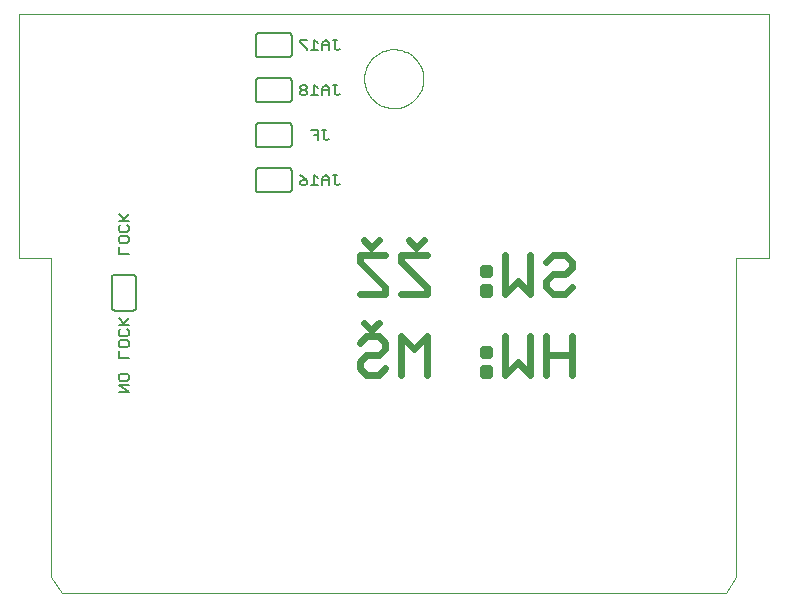
<source format=gbo>
G75*
G70*
%OFA0B0*%
%FSLAX24Y24*%
%IPPOS*%
%LPD*%
%AMOC8*
5,1,8,0,0,1.08239X$1,22.5*
%
%ADD10C,0.0230*%
%ADD11C,0.0240*%
%ADD12C,0.0050*%
%ADD13C,0.0000*%
%ADD14C,0.0060*%
D10*
X011871Y007977D02*
X012082Y007765D01*
X012506Y007765D01*
X012718Y007977D01*
X012506Y008401D02*
X012082Y008401D01*
X011871Y008189D01*
X011871Y007977D01*
X012506Y008401D02*
X012718Y008612D01*
X012718Y008824D01*
X012506Y009036D01*
X012082Y009036D01*
X011871Y008824D01*
X013252Y009036D02*
X013252Y007765D01*
X014099Y007765D02*
X014099Y009036D01*
X013675Y008612D01*
X013252Y009036D01*
X013252Y010465D02*
X014099Y010465D01*
X014099Y010677D01*
X013252Y011524D01*
X013252Y011736D01*
X014099Y011736D01*
X012718Y011736D02*
X011871Y011736D01*
X011871Y011524D01*
X012718Y010677D01*
X012718Y010465D01*
X011871Y010465D01*
X015959Y010465D02*
X016171Y010465D01*
X016171Y010677D01*
X015959Y010677D01*
X015959Y010465D01*
X015959Y011101D02*
X016171Y011101D01*
X016171Y011312D01*
X015959Y011312D01*
X015959Y011101D01*
X016705Y011736D02*
X016705Y010465D01*
X017128Y010889D01*
X017552Y010465D01*
X017552Y011736D01*
X018086Y011524D02*
X018298Y011736D01*
X018721Y011736D01*
X018933Y011524D01*
X018933Y011312D01*
X018721Y011101D01*
X018298Y011101D01*
X018086Y010889D01*
X018086Y010677D01*
X018298Y010465D01*
X018721Y010465D01*
X018933Y010677D01*
X018933Y009036D02*
X018933Y007765D01*
X018933Y008401D02*
X018086Y008401D01*
X018086Y009036D02*
X018086Y007765D01*
X017552Y007765D02*
X017128Y008189D01*
X016705Y007765D01*
X016705Y009036D01*
X016171Y008612D02*
X016171Y008401D01*
X015959Y008401D01*
X015959Y008612D01*
X016171Y008612D01*
X016171Y007977D02*
X015959Y007977D01*
X015959Y007765D01*
X016171Y007765D01*
X016171Y007977D01*
X017552Y007765D02*
X017552Y009036D01*
D11*
X014000Y012250D02*
X013750Y012000D01*
X013500Y012250D01*
X012500Y012250D02*
X012250Y012000D01*
X012000Y012250D01*
X012000Y009500D02*
X012250Y009250D01*
X012500Y009500D01*
D12*
X011153Y014075D02*
X011095Y014075D01*
X011036Y014133D01*
X011036Y014425D01*
X010978Y014425D02*
X011095Y014425D01*
X010843Y014309D02*
X010727Y014425D01*
X010610Y014309D01*
X010610Y014075D01*
X010475Y014075D02*
X010241Y014075D01*
X010358Y014075D02*
X010358Y014425D01*
X010475Y014309D01*
X010610Y014250D02*
X010843Y014250D01*
X010843Y014309D02*
X010843Y014075D01*
X011153Y014075D02*
X011212Y014133D01*
X010107Y014133D02*
X010048Y014075D01*
X009932Y014075D01*
X009873Y014133D01*
X009873Y014192D01*
X009932Y014250D01*
X010107Y014250D01*
X010107Y014133D01*
X010107Y014250D02*
X009990Y014367D01*
X009873Y014425D01*
X010475Y015575D02*
X010475Y015925D01*
X010241Y015925D01*
X010358Y015750D02*
X010475Y015750D01*
X010610Y015925D02*
X010727Y015925D01*
X010668Y015925D02*
X010668Y015633D01*
X010727Y015575D01*
X010785Y015575D01*
X010843Y015633D01*
X010843Y017075D02*
X010843Y017309D01*
X010727Y017425D01*
X010610Y017309D01*
X010610Y017075D01*
X010475Y017075D02*
X010241Y017075D01*
X010358Y017075D02*
X010358Y017425D01*
X010475Y017309D01*
X010610Y017250D02*
X010843Y017250D01*
X010978Y017425D02*
X011095Y017425D01*
X011036Y017425D02*
X011036Y017133D01*
X011095Y017075D01*
X011153Y017075D01*
X011212Y017133D01*
X010107Y017133D02*
X010048Y017075D01*
X009932Y017075D01*
X009873Y017133D01*
X009873Y017192D01*
X009932Y017250D01*
X010048Y017250D01*
X010107Y017309D01*
X010107Y017367D01*
X010048Y017425D01*
X009932Y017425D01*
X009873Y017367D01*
X009873Y017309D01*
X009932Y017250D01*
X010048Y017250D02*
X010107Y017192D01*
X010107Y017133D01*
X010107Y018575D02*
X010107Y018633D01*
X009873Y018867D01*
X009873Y018925D01*
X010107Y018925D01*
X010358Y018925D02*
X010475Y018809D01*
X010610Y018809D02*
X010610Y018575D01*
X010475Y018575D02*
X010241Y018575D01*
X010358Y018575D02*
X010358Y018925D01*
X010610Y018809D02*
X010727Y018925D01*
X010843Y018809D01*
X010843Y018575D01*
X010843Y018750D02*
X010610Y018750D01*
X010978Y018925D02*
X011095Y018925D01*
X011036Y018925D02*
X011036Y018633D01*
X011095Y018575D01*
X011153Y018575D01*
X011212Y018633D01*
X004175Y013113D02*
X003942Y012880D01*
X004000Y012938D02*
X003825Y013113D01*
X003825Y012880D02*
X004175Y012880D01*
X004117Y012745D02*
X004175Y012687D01*
X004175Y012570D01*
X004117Y012512D01*
X003883Y012512D01*
X003825Y012570D01*
X003825Y012687D01*
X003883Y012745D01*
X003883Y012377D02*
X004117Y012377D01*
X004175Y012318D01*
X004175Y012202D01*
X004117Y012143D01*
X003883Y012143D01*
X003825Y012202D01*
X003825Y012318D01*
X003883Y012377D01*
X003825Y012009D02*
X003825Y011775D01*
X004175Y011775D01*
X004175Y009640D02*
X003942Y009407D01*
X004000Y009465D02*
X003825Y009640D01*
X003825Y009407D02*
X004175Y009407D01*
X004117Y009272D02*
X004175Y009214D01*
X004175Y009097D01*
X004117Y009038D01*
X003883Y009038D01*
X003825Y009097D01*
X003825Y009214D01*
X003883Y009272D01*
X003883Y008904D02*
X003825Y008845D01*
X003825Y008728D01*
X003883Y008670D01*
X004117Y008670D01*
X004175Y008728D01*
X004175Y008845D01*
X004117Y008904D01*
X003883Y008904D01*
X003825Y008535D02*
X003825Y008302D01*
X004175Y008302D01*
X004117Y007799D02*
X003883Y007799D01*
X003825Y007740D01*
X003825Y007623D01*
X003883Y007565D01*
X004117Y007565D01*
X004175Y007623D01*
X004175Y007740D01*
X004117Y007799D01*
X004175Y007430D02*
X003825Y007430D01*
X004175Y007197D01*
X003825Y007197D01*
D13*
X001583Y001012D02*
X001937Y000500D01*
X024063Y000500D01*
X024417Y001012D01*
X024417Y011646D01*
X025500Y011646D01*
X025500Y019791D01*
X000500Y019791D01*
X000500Y011646D01*
X001583Y011646D01*
X001583Y001012D01*
X012016Y017626D02*
X012018Y017688D01*
X012024Y017751D01*
X012034Y017812D01*
X012048Y017873D01*
X012065Y017933D01*
X012086Y017992D01*
X012112Y018049D01*
X012140Y018104D01*
X012172Y018158D01*
X012208Y018209D01*
X012246Y018259D01*
X012288Y018305D01*
X012332Y018349D01*
X012380Y018390D01*
X012429Y018428D01*
X012481Y018462D01*
X012535Y018493D01*
X012591Y018521D01*
X012649Y018545D01*
X012708Y018566D01*
X012768Y018582D01*
X012829Y018595D01*
X012891Y018604D01*
X012953Y018609D01*
X013016Y018610D01*
X013078Y018607D01*
X013140Y018600D01*
X013202Y018589D01*
X013262Y018574D01*
X013322Y018556D01*
X013380Y018534D01*
X013437Y018508D01*
X013492Y018478D01*
X013545Y018445D01*
X013596Y018409D01*
X013644Y018370D01*
X013690Y018327D01*
X013733Y018282D01*
X013773Y018234D01*
X013810Y018184D01*
X013844Y018131D01*
X013875Y018077D01*
X013901Y018021D01*
X013925Y017963D01*
X013944Y017903D01*
X013960Y017843D01*
X013972Y017781D01*
X013980Y017720D01*
X013984Y017657D01*
X013984Y017595D01*
X013980Y017532D01*
X013972Y017471D01*
X013960Y017409D01*
X013944Y017349D01*
X013925Y017289D01*
X013901Y017231D01*
X013875Y017175D01*
X013844Y017121D01*
X013810Y017068D01*
X013773Y017018D01*
X013733Y016970D01*
X013690Y016925D01*
X013644Y016882D01*
X013596Y016843D01*
X013545Y016807D01*
X013492Y016774D01*
X013437Y016744D01*
X013380Y016718D01*
X013322Y016696D01*
X013262Y016678D01*
X013202Y016663D01*
X013140Y016652D01*
X013078Y016645D01*
X013016Y016642D01*
X012953Y016643D01*
X012891Y016648D01*
X012829Y016657D01*
X012768Y016670D01*
X012708Y016686D01*
X012649Y016707D01*
X012591Y016731D01*
X012535Y016759D01*
X012481Y016790D01*
X012429Y016824D01*
X012380Y016862D01*
X012332Y016903D01*
X012288Y016947D01*
X012246Y016993D01*
X012208Y017043D01*
X012172Y017094D01*
X012140Y017148D01*
X012112Y017203D01*
X012086Y017260D01*
X012065Y017319D01*
X012048Y017379D01*
X012034Y017440D01*
X012024Y017501D01*
X012018Y017564D01*
X012016Y017626D01*
D14*
X009600Y017550D02*
X009600Y016950D01*
X009598Y016933D01*
X009594Y016916D01*
X009587Y016900D01*
X009577Y016886D01*
X009564Y016873D01*
X009550Y016863D01*
X009534Y016856D01*
X009517Y016852D01*
X009500Y016850D01*
X008500Y016850D01*
X008483Y016852D01*
X008466Y016856D01*
X008450Y016863D01*
X008436Y016873D01*
X008423Y016886D01*
X008413Y016900D01*
X008406Y016916D01*
X008402Y016933D01*
X008400Y016950D01*
X008400Y017550D01*
X008402Y017567D01*
X008406Y017584D01*
X008413Y017600D01*
X008423Y017614D01*
X008436Y017627D01*
X008450Y017637D01*
X008466Y017644D01*
X008483Y017648D01*
X008500Y017650D01*
X009500Y017650D01*
X009517Y017648D01*
X009534Y017644D01*
X009550Y017637D01*
X009564Y017627D01*
X009577Y017614D01*
X009587Y017600D01*
X009594Y017584D01*
X009598Y017567D01*
X009600Y017550D01*
X009500Y018350D02*
X008500Y018350D01*
X008483Y018352D01*
X008466Y018356D01*
X008450Y018363D01*
X008436Y018373D01*
X008423Y018386D01*
X008413Y018400D01*
X008406Y018416D01*
X008402Y018433D01*
X008400Y018450D01*
X008400Y019050D01*
X008402Y019067D01*
X008406Y019084D01*
X008413Y019100D01*
X008423Y019114D01*
X008436Y019127D01*
X008450Y019137D01*
X008466Y019144D01*
X008483Y019148D01*
X008500Y019150D01*
X009500Y019150D01*
X009517Y019148D01*
X009534Y019144D01*
X009550Y019137D01*
X009564Y019127D01*
X009577Y019114D01*
X009587Y019100D01*
X009594Y019084D01*
X009598Y019067D01*
X009600Y019050D01*
X009600Y018450D01*
X009598Y018433D01*
X009594Y018416D01*
X009587Y018400D01*
X009577Y018386D01*
X009564Y018373D01*
X009550Y018363D01*
X009534Y018356D01*
X009517Y018352D01*
X009500Y018350D01*
X009500Y016150D02*
X008500Y016150D01*
X008483Y016148D01*
X008466Y016144D01*
X008450Y016137D01*
X008436Y016127D01*
X008423Y016114D01*
X008413Y016100D01*
X008406Y016084D01*
X008402Y016067D01*
X008400Y016050D01*
X008400Y015450D01*
X008402Y015433D01*
X008406Y015416D01*
X008413Y015400D01*
X008423Y015386D01*
X008436Y015373D01*
X008450Y015363D01*
X008466Y015356D01*
X008483Y015352D01*
X008500Y015350D01*
X009500Y015350D01*
X009517Y015352D01*
X009534Y015356D01*
X009550Y015363D01*
X009564Y015373D01*
X009577Y015386D01*
X009587Y015400D01*
X009594Y015416D01*
X009598Y015433D01*
X009600Y015450D01*
X009600Y016050D01*
X009598Y016067D01*
X009594Y016084D01*
X009587Y016100D01*
X009577Y016114D01*
X009564Y016127D01*
X009550Y016137D01*
X009534Y016144D01*
X009517Y016148D01*
X009500Y016150D01*
X009500Y014650D02*
X008500Y014650D01*
X008483Y014648D01*
X008466Y014644D01*
X008450Y014637D01*
X008436Y014627D01*
X008423Y014614D01*
X008413Y014600D01*
X008406Y014584D01*
X008402Y014567D01*
X008400Y014550D01*
X008400Y013950D01*
X008402Y013933D01*
X008406Y013916D01*
X008413Y013900D01*
X008423Y013886D01*
X008436Y013873D01*
X008450Y013863D01*
X008466Y013856D01*
X008483Y013852D01*
X008500Y013850D01*
X009500Y013850D01*
X009517Y013852D01*
X009534Y013856D01*
X009550Y013863D01*
X009564Y013873D01*
X009577Y013886D01*
X009587Y013900D01*
X009594Y013916D01*
X009598Y013933D01*
X009600Y013950D01*
X009600Y014550D01*
X009598Y014567D01*
X009594Y014584D01*
X009587Y014600D01*
X009577Y014614D01*
X009564Y014627D01*
X009550Y014637D01*
X009534Y014644D01*
X009517Y014648D01*
X009500Y014650D01*
X004400Y011000D02*
X004400Y010000D01*
X004398Y009983D01*
X004394Y009966D01*
X004387Y009950D01*
X004377Y009936D01*
X004364Y009923D01*
X004350Y009913D01*
X004334Y009906D01*
X004317Y009902D01*
X004300Y009900D01*
X003700Y009900D01*
X003683Y009902D01*
X003666Y009906D01*
X003650Y009913D01*
X003636Y009923D01*
X003623Y009936D01*
X003613Y009950D01*
X003606Y009966D01*
X003602Y009983D01*
X003600Y010000D01*
X003600Y011000D01*
X003602Y011017D01*
X003606Y011034D01*
X003613Y011050D01*
X003623Y011064D01*
X003636Y011077D01*
X003650Y011087D01*
X003666Y011094D01*
X003683Y011098D01*
X003700Y011100D01*
X004300Y011100D01*
X004317Y011098D01*
X004334Y011094D01*
X004350Y011087D01*
X004364Y011077D01*
X004377Y011064D01*
X004387Y011050D01*
X004394Y011034D01*
X004398Y011017D01*
X004400Y011000D01*
M02*

</source>
